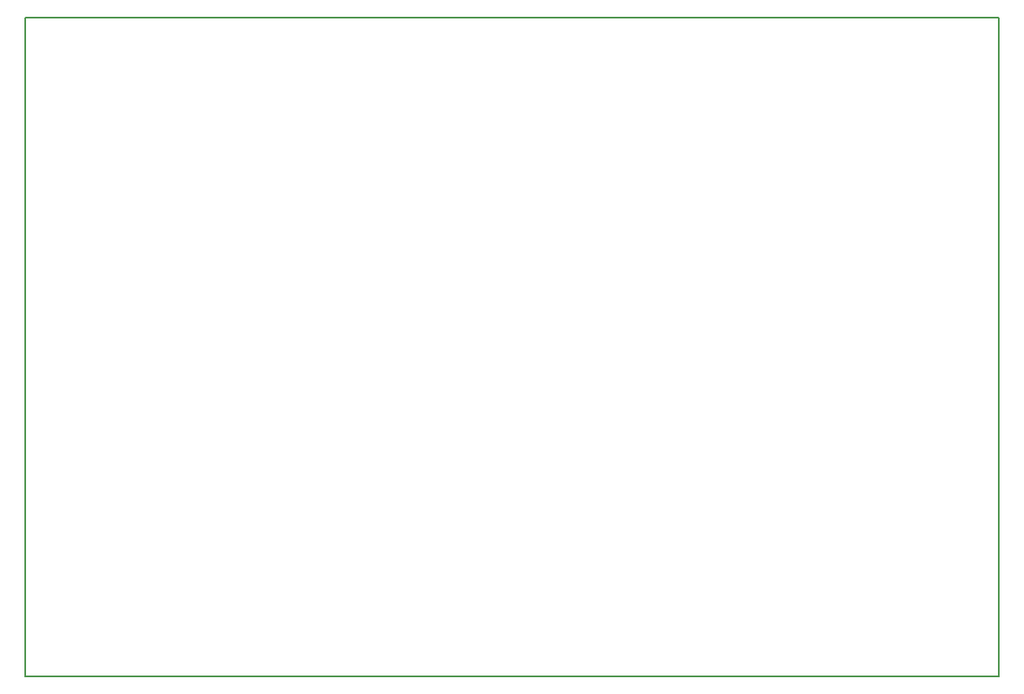
<source format=gm1>
G04 MADE WITH FRITZING*
G04 WWW.FRITZING.ORG*
G04 DOUBLE SIDED*
G04 HOLES PLATED*
G04 CONTOUR ON CENTER OF CONTOUR VECTOR*
%ASAXBY*%
%FSLAX23Y23*%
%MOIN*%
%OFA0B0*%
%SFA1.0B1.0*%
%ADD10R,3.871620X2.624660*%
%ADD11C,0.008000*%
%ADD10C,0.008*%
%LNCONTOUR*%
G90*
G70*
G54D10*
G54D11*
X4Y2621D02*
X3868Y2621D01*
X3868Y4D01*
X4Y4D01*
X4Y2621D01*
D02*
G04 End of contour*
M02*
</source>
